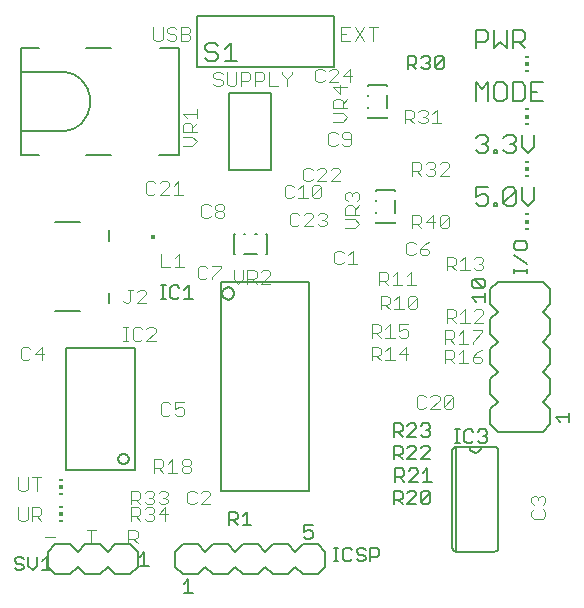
<source format=gto>
G75*
G70*
%OFA0B0*%
%FSLAX24Y24*%
%IPPOS*%
%LPD*%
%AMOC8*
5,1,8,0,0,1.08239X$1,22.5*
%
%ADD10C,0.0040*%
%ADD11C,0.0050*%
%ADD12C,0.0060*%
%ADD13R,0.0118X0.0059*%
%ADD14R,0.0118X0.0118*%
%ADD15C,0.0080*%
%ADD16R,0.0157X0.0118*%
%ADD17C,0.0070*%
D10*
X005237Y006059D02*
X005237Y006519D01*
X005390Y006519D02*
X005083Y006519D01*
X004009Y006289D02*
X003702Y006289D01*
X003569Y006809D02*
X003416Y006962D01*
X003493Y006962D02*
X003263Y006962D01*
X003263Y006809D02*
X003263Y007269D01*
X003493Y007269D01*
X003569Y007192D01*
X003569Y007039D01*
X003493Y006962D01*
X003109Y006885D02*
X003109Y007269D01*
X002802Y007269D02*
X002802Y006885D01*
X002879Y006809D01*
X003032Y006809D01*
X003109Y006885D01*
X003032Y007809D02*
X002879Y007809D01*
X002802Y007885D01*
X002802Y008269D01*
X003109Y008269D02*
X003109Y007885D01*
X003032Y007809D01*
X003416Y007809D02*
X003416Y008269D01*
X003263Y008269D02*
X003569Y008269D01*
X006464Y006519D02*
X006464Y006059D01*
X006464Y006212D02*
X006694Y006212D01*
X006771Y006289D01*
X006771Y006442D01*
X006694Y006519D01*
X006464Y006519D01*
X006552Y006809D02*
X006552Y007269D01*
X006782Y007269D01*
X006859Y007192D01*
X006859Y007039D01*
X006782Y006962D01*
X006552Y006962D01*
X006706Y006962D02*
X006859Y006809D01*
X007013Y006885D02*
X007089Y006809D01*
X007243Y006809D01*
X007319Y006885D01*
X007319Y006962D01*
X007243Y007039D01*
X007166Y007039D01*
X007243Y007039D02*
X007319Y007115D01*
X007319Y007192D01*
X007243Y007269D01*
X007089Y007269D01*
X007013Y007192D01*
X007089Y007359D02*
X007013Y007435D01*
X007089Y007359D02*
X007243Y007359D01*
X007319Y007435D01*
X007319Y007512D01*
X007243Y007589D01*
X007166Y007589D01*
X007243Y007589D02*
X007319Y007665D01*
X007319Y007742D01*
X007243Y007819D01*
X007089Y007819D01*
X007013Y007742D01*
X006859Y007742D02*
X006859Y007589D01*
X006782Y007512D01*
X006552Y007512D01*
X006552Y007359D02*
X006552Y007819D01*
X006782Y007819D01*
X006859Y007742D01*
X006706Y007512D02*
X006859Y007359D01*
X007473Y007435D02*
X007550Y007359D01*
X007703Y007359D01*
X007780Y007435D01*
X007780Y007512D01*
X007703Y007589D01*
X007626Y007589D01*
X007703Y007589D02*
X007780Y007665D01*
X007780Y007742D01*
X007703Y007819D01*
X007550Y007819D01*
X007473Y007742D01*
X007703Y007269D02*
X007473Y007039D01*
X007780Y007039D01*
X007703Y006809D02*
X007703Y007269D01*
X008431Y007435D02*
X008508Y007359D01*
X008662Y007359D01*
X008738Y007435D01*
X008892Y007359D02*
X009199Y007665D01*
X009199Y007742D01*
X009122Y007819D01*
X008969Y007819D01*
X008892Y007742D01*
X008738Y007742D02*
X008662Y007819D01*
X008508Y007819D01*
X008431Y007742D01*
X008431Y007435D01*
X008892Y007359D02*
X009199Y007359D01*
X008472Y008409D02*
X008318Y008409D01*
X008242Y008485D01*
X008242Y008562D01*
X008318Y008639D01*
X008472Y008639D01*
X008549Y008562D01*
X008549Y008485D01*
X008472Y008409D01*
X008472Y008639D02*
X008549Y008715D01*
X008549Y008792D01*
X008472Y008869D01*
X008318Y008869D01*
X008242Y008792D01*
X008242Y008715D01*
X008318Y008639D01*
X008088Y008409D02*
X007781Y008409D01*
X007628Y008409D02*
X007474Y008562D01*
X007551Y008562D02*
X007321Y008562D01*
X007321Y008409D02*
X007321Y008869D01*
X007551Y008869D01*
X007628Y008792D01*
X007628Y008639D01*
X007551Y008562D01*
X007781Y008715D02*
X007935Y008869D01*
X007935Y008409D01*
X007782Y010309D02*
X007629Y010309D01*
X007552Y010385D01*
X007552Y010692D01*
X007629Y010769D01*
X007782Y010769D01*
X007859Y010692D01*
X008013Y010769D02*
X008013Y010539D01*
X008166Y010615D01*
X008243Y010615D01*
X008319Y010539D01*
X008319Y010385D01*
X008243Y010309D01*
X008089Y010309D01*
X008013Y010385D01*
X007859Y010385D02*
X007782Y010309D01*
X008013Y010769D02*
X008319Y010769D01*
X007376Y012809D02*
X007069Y012809D01*
X007376Y013115D01*
X007376Y013192D01*
X007300Y013269D01*
X007146Y013269D01*
X007069Y013192D01*
X006916Y013192D02*
X006839Y013269D01*
X006686Y013269D01*
X006609Y013192D01*
X006609Y012885D01*
X006686Y012809D01*
X006839Y012809D01*
X006916Y012885D01*
X006456Y012809D02*
X006302Y012809D01*
X006379Y012809D02*
X006379Y013269D01*
X006302Y013269D02*
X006456Y013269D01*
X006456Y014059D02*
X006532Y014135D01*
X006532Y014519D01*
X006456Y014519D02*
X006609Y014519D01*
X006763Y014442D02*
X006839Y014519D01*
X006993Y014519D01*
X007069Y014442D01*
X007069Y014365D01*
X006763Y014059D01*
X007069Y014059D01*
X006456Y014059D02*
X006379Y014059D01*
X006302Y014135D01*
X007556Y015259D02*
X007863Y015259D01*
X008017Y015259D02*
X008324Y015259D01*
X008170Y015259D02*
X008170Y015719D01*
X008017Y015565D01*
X007556Y015719D02*
X007556Y015259D01*
X008781Y015242D02*
X008781Y014935D01*
X008858Y014859D01*
X009012Y014859D01*
X009088Y014935D01*
X009242Y014935D02*
X009242Y014859D01*
X009242Y014935D02*
X009549Y015242D01*
X009549Y015319D01*
X009242Y015319D01*
X009088Y015242D02*
X009012Y015319D01*
X008858Y015319D01*
X008781Y015242D01*
X009971Y015169D02*
X009971Y014862D01*
X010124Y014709D01*
X010278Y014862D01*
X010278Y015169D01*
X010431Y015169D02*
X010662Y015169D01*
X010738Y015092D01*
X010738Y014939D01*
X010662Y014862D01*
X010431Y014862D01*
X010431Y014709D02*
X010431Y015169D01*
X010585Y014862D02*
X010738Y014709D01*
X010892Y014709D02*
X011199Y015015D01*
X011199Y015092D01*
X011122Y015169D01*
X010968Y015169D01*
X010892Y015092D01*
X010892Y014709D02*
X011199Y014709D01*
X011928Y016625D02*
X012081Y016625D01*
X012158Y016701D01*
X012311Y016625D02*
X012618Y016932D01*
X012618Y017008D01*
X012541Y017085D01*
X012388Y017085D01*
X012311Y017008D01*
X012158Y017008D02*
X012081Y017085D01*
X011928Y017085D01*
X011851Y017008D01*
X011851Y016701D01*
X011928Y016625D01*
X012311Y016625D02*
X012618Y016625D01*
X012772Y016701D02*
X012848Y016625D01*
X013002Y016625D01*
X013079Y016701D01*
X013079Y016778D01*
X013002Y016855D01*
X012925Y016855D01*
X013002Y016855D02*
X013079Y016932D01*
X013079Y017008D01*
X013002Y017085D01*
X012848Y017085D01*
X012772Y017008D01*
X012822Y017559D02*
X012668Y017559D01*
X012592Y017635D01*
X012899Y017942D01*
X012899Y017635D01*
X012822Y017559D01*
X012592Y017635D02*
X012592Y017942D01*
X012668Y018019D01*
X012822Y018019D01*
X012899Y017942D01*
X012761Y018125D02*
X013068Y018432D01*
X013068Y018508D01*
X012991Y018585D01*
X012838Y018585D01*
X012761Y018508D01*
X012608Y018508D02*
X012531Y018585D01*
X012378Y018585D01*
X012301Y018508D01*
X012301Y018201D01*
X012378Y018125D01*
X012531Y018125D01*
X012608Y018201D01*
X012761Y018125D02*
X013068Y018125D01*
X013222Y018125D02*
X013529Y018432D01*
X013529Y018508D01*
X013452Y018585D01*
X013298Y018585D01*
X013222Y018508D01*
X013222Y018125D02*
X013529Y018125D01*
X013779Y017786D02*
X013855Y017786D01*
X013932Y017709D01*
X014009Y017786D01*
X014086Y017786D01*
X014162Y017709D01*
X014162Y017556D01*
X014086Y017479D01*
X014162Y017326D02*
X014009Y017172D01*
X014009Y017249D02*
X014009Y017019D01*
X014162Y017019D02*
X013702Y017019D01*
X013702Y017249D01*
X013779Y017326D01*
X013932Y017326D01*
X014009Y017249D01*
X013779Y017479D02*
X013702Y017556D01*
X013702Y017709D01*
X013779Y017786D01*
X013932Y017709D02*
X013932Y017633D01*
X014009Y016865D02*
X013702Y016865D01*
X013702Y016559D02*
X014009Y016559D01*
X014162Y016712D01*
X014009Y016865D01*
X013945Y015819D02*
X013792Y015665D01*
X013638Y015742D02*
X013562Y015819D01*
X013408Y015819D01*
X013331Y015742D01*
X013331Y015435D01*
X013408Y015359D01*
X013562Y015359D01*
X013638Y015435D01*
X013792Y015359D02*
X014099Y015359D01*
X013945Y015359D02*
X013945Y015819D01*
X014821Y015119D02*
X015051Y015119D01*
X015128Y015042D01*
X015128Y014889D01*
X015051Y014812D01*
X014821Y014812D01*
X014821Y014659D02*
X014821Y015119D01*
X014974Y014812D02*
X015128Y014659D01*
X015281Y014659D02*
X015588Y014659D01*
X015435Y014659D02*
X015435Y015119D01*
X015281Y014965D01*
X015742Y014965D02*
X015895Y015119D01*
X015895Y014659D01*
X015742Y014659D02*
X016049Y014659D01*
X016022Y014319D02*
X016099Y014242D01*
X015792Y013935D01*
X015868Y013859D01*
X016022Y013859D01*
X016099Y013935D01*
X016099Y014242D01*
X016022Y014319D02*
X015868Y014319D01*
X015792Y014242D01*
X015792Y013935D01*
X015638Y013859D02*
X015331Y013859D01*
X015178Y013859D02*
X015024Y014012D01*
X015101Y014012D02*
X014871Y014012D01*
X014871Y013859D02*
X014871Y014319D01*
X015101Y014319D01*
X015178Y014242D01*
X015178Y014089D01*
X015101Y014012D01*
X015331Y014165D02*
X015485Y014319D01*
X015485Y013859D01*
X015492Y013369D02*
X015492Y013139D01*
X015645Y013215D01*
X015722Y013215D01*
X015799Y013139D01*
X015799Y012985D01*
X015722Y012909D01*
X015568Y012909D01*
X015492Y012985D01*
X015338Y012909D02*
X015031Y012909D01*
X014878Y012909D02*
X014724Y013062D01*
X014801Y013062D02*
X014571Y013062D01*
X014571Y012909D02*
X014571Y013369D01*
X014801Y013369D01*
X014878Y013292D01*
X014878Y013139D01*
X014801Y013062D01*
X015031Y013215D02*
X015185Y013369D01*
X015185Y012909D01*
X015185Y012619D02*
X015185Y012159D01*
X015338Y012159D02*
X015031Y012159D01*
X014878Y012159D02*
X014724Y012312D01*
X014801Y012312D02*
X014571Y012312D01*
X014571Y012159D02*
X014571Y012619D01*
X014801Y012619D01*
X014878Y012542D01*
X014878Y012389D01*
X014801Y012312D01*
X015031Y012465D02*
X015185Y012619D01*
X015492Y012389D02*
X015799Y012389D01*
X015722Y012159D02*
X015722Y012619D01*
X015492Y012389D01*
X015492Y013369D02*
X015799Y013369D01*
X017021Y013169D02*
X017021Y012709D01*
X017021Y012862D02*
X017251Y012862D01*
X017328Y012939D01*
X017328Y013092D01*
X017251Y013169D01*
X017021Y013169D01*
X017071Y013409D02*
X017071Y013869D01*
X017301Y013869D01*
X017378Y013792D01*
X017378Y013639D01*
X017301Y013562D01*
X017071Y013562D01*
X017224Y013562D02*
X017378Y013409D01*
X017531Y013409D02*
X017838Y013409D01*
X017685Y013409D02*
X017685Y013869D01*
X017531Y013715D01*
X017992Y013792D02*
X018068Y013869D01*
X018222Y013869D01*
X018299Y013792D01*
X018299Y013715D01*
X017992Y013409D01*
X018299Y013409D01*
X018249Y013169D02*
X018249Y013092D01*
X017942Y012785D01*
X017942Y012709D01*
X017788Y012709D02*
X017481Y012709D01*
X017328Y012709D02*
X017174Y012862D01*
X017481Y013015D02*
X017635Y013169D01*
X017635Y012709D01*
X017635Y012519D02*
X017481Y012365D01*
X017328Y012289D02*
X017251Y012212D01*
X017021Y012212D01*
X017021Y012059D02*
X017021Y012519D01*
X017251Y012519D01*
X017328Y012442D01*
X017328Y012289D01*
X017174Y012212D02*
X017328Y012059D01*
X017481Y012059D02*
X017788Y012059D01*
X017635Y012059D02*
X017635Y012519D01*
X017942Y012289D02*
X017942Y012135D01*
X018018Y012059D01*
X018172Y012059D01*
X018249Y012135D01*
X018249Y012212D01*
X018172Y012289D01*
X017942Y012289D01*
X018095Y012442D01*
X018249Y012519D01*
X018249Y013169D02*
X017942Y013169D01*
X017838Y015159D02*
X017531Y015159D01*
X017378Y015159D02*
X017224Y015312D01*
X017301Y015312D02*
X017071Y015312D01*
X017071Y015159D02*
X017071Y015619D01*
X017301Y015619D01*
X017378Y015542D01*
X017378Y015389D01*
X017301Y015312D01*
X017531Y015465D02*
X017685Y015619D01*
X017685Y015159D01*
X017992Y015235D02*
X018068Y015159D01*
X018222Y015159D01*
X018299Y015235D01*
X018299Y015312D01*
X018222Y015389D01*
X018145Y015389D01*
X018222Y015389D02*
X018299Y015465D01*
X018299Y015542D01*
X018222Y015619D01*
X018068Y015619D01*
X017992Y015542D01*
X017072Y016559D02*
X016918Y016559D01*
X016842Y016635D01*
X017149Y016942D01*
X017149Y016635D01*
X017072Y016559D01*
X016842Y016635D02*
X016842Y016942D01*
X016918Y017019D01*
X017072Y017019D01*
X017149Y016942D01*
X016688Y016789D02*
X016381Y016789D01*
X016612Y017019D01*
X016612Y016559D01*
X016499Y016119D02*
X016345Y016042D01*
X016192Y015889D01*
X016422Y015889D01*
X016499Y015812D01*
X016499Y015735D01*
X016422Y015659D01*
X016269Y015659D01*
X016192Y015735D01*
X016192Y015889D01*
X016038Y016042D02*
X015962Y016119D01*
X015808Y016119D01*
X015731Y016042D01*
X015731Y015735D01*
X015808Y015659D01*
X015962Y015659D01*
X016038Y015735D01*
X015921Y016559D02*
X015921Y017019D01*
X016151Y017019D01*
X016228Y016942D01*
X016228Y016789D01*
X016151Y016712D01*
X015921Y016712D01*
X016074Y016712D02*
X016228Y016559D01*
X016228Y018309D02*
X016074Y018462D01*
X016151Y018462D02*
X015921Y018462D01*
X015921Y018309D02*
X015921Y018769D01*
X016151Y018769D01*
X016228Y018692D01*
X016228Y018539D01*
X016151Y018462D01*
X016381Y018385D02*
X016458Y018309D01*
X016612Y018309D01*
X016688Y018385D01*
X016688Y018462D01*
X016612Y018539D01*
X016535Y018539D01*
X016612Y018539D02*
X016688Y018615D01*
X016688Y018692D01*
X016612Y018769D01*
X016458Y018769D01*
X016381Y018692D01*
X016842Y018692D02*
X016918Y018769D01*
X017072Y018769D01*
X017149Y018692D01*
X017149Y018615D01*
X016842Y018309D01*
X017149Y018309D01*
X016899Y020059D02*
X016592Y020059D01*
X016745Y020059D02*
X016745Y020519D01*
X016592Y020365D01*
X016438Y020365D02*
X016362Y020289D01*
X016438Y020212D01*
X016438Y020135D01*
X016362Y020059D01*
X016208Y020059D01*
X016131Y020135D01*
X015978Y020059D02*
X015824Y020212D01*
X015901Y020212D02*
X015671Y020212D01*
X015671Y020059D02*
X015671Y020519D01*
X015901Y020519D01*
X015978Y020442D01*
X015978Y020289D01*
X015901Y020212D01*
X016131Y020442D02*
X016208Y020519D01*
X016362Y020519D01*
X016438Y020442D01*
X016438Y020365D01*
X016362Y020289D02*
X016285Y020289D01*
X013929Y021655D02*
X013622Y021655D01*
X013852Y021885D01*
X013852Y021425D01*
X013762Y021259D02*
X013302Y021259D01*
X013532Y021029D01*
X013532Y021336D01*
X013468Y021425D02*
X013161Y021425D01*
X013468Y021732D01*
X013468Y021808D01*
X013391Y021885D01*
X013238Y021885D01*
X013161Y021808D01*
X013008Y021808D02*
X012931Y021885D01*
X012778Y021885D01*
X012701Y021808D01*
X012701Y021501D01*
X012778Y021425D01*
X012931Y021425D01*
X013008Y021501D01*
X013379Y020876D02*
X013532Y020876D01*
X013609Y020799D01*
X013609Y020569D01*
X013762Y020569D02*
X013302Y020569D01*
X013302Y020799D01*
X013379Y020876D01*
X013609Y020722D02*
X013762Y020876D01*
X013609Y020415D02*
X013302Y020415D01*
X013302Y020109D02*
X013609Y020109D01*
X013762Y020262D01*
X013609Y020415D01*
X013669Y019769D02*
X013592Y019692D01*
X013592Y019615D01*
X013669Y019539D01*
X013899Y019539D01*
X013899Y019692D02*
X013899Y019385D01*
X013822Y019309D01*
X013669Y019309D01*
X013592Y019385D01*
X013438Y019385D02*
X013362Y019309D01*
X013208Y019309D01*
X013131Y019385D01*
X013131Y019692D01*
X013208Y019769D01*
X013362Y019769D01*
X013438Y019692D01*
X013669Y019769D02*
X013822Y019769D01*
X013899Y019692D01*
X012285Y018019D02*
X012285Y017559D01*
X012438Y017559D02*
X012131Y017559D01*
X011978Y017635D02*
X011901Y017559D01*
X011748Y017559D01*
X011671Y017635D01*
X011671Y017942D01*
X011748Y018019D01*
X011901Y018019D01*
X011978Y017942D01*
X012131Y017865D02*
X012285Y018019D01*
X009669Y017292D02*
X009669Y017215D01*
X009593Y017139D01*
X009439Y017139D01*
X009363Y017215D01*
X009363Y017292D01*
X009439Y017369D01*
X009593Y017369D01*
X009669Y017292D01*
X009593Y017139D02*
X009669Y017062D01*
X009669Y016985D01*
X009593Y016909D01*
X009439Y016909D01*
X009363Y016985D01*
X009363Y017062D01*
X009439Y017139D01*
X009209Y017292D02*
X009132Y017369D01*
X008979Y017369D01*
X008902Y017292D01*
X008902Y016985D01*
X008979Y016909D01*
X009132Y016909D01*
X009209Y016985D01*
X008279Y017675D02*
X007972Y017675D01*
X008125Y017675D02*
X008125Y018135D01*
X007972Y017982D01*
X007818Y017982D02*
X007818Y018058D01*
X007741Y018135D01*
X007588Y018135D01*
X007511Y018058D01*
X007358Y018058D02*
X007281Y018135D01*
X007128Y018135D01*
X007051Y018058D01*
X007051Y017751D01*
X007128Y017675D01*
X007281Y017675D01*
X007358Y017751D01*
X007511Y017675D02*
X007818Y017982D01*
X007818Y017675D02*
X007511Y017675D01*
X008282Y019309D02*
X008589Y019309D01*
X008742Y019462D01*
X008589Y019615D01*
X008282Y019615D01*
X008282Y019769D02*
X008282Y019999D01*
X008359Y020076D01*
X008512Y020076D01*
X008589Y019999D01*
X008589Y019769D01*
X008742Y019769D02*
X008282Y019769D01*
X008589Y019922D02*
X008742Y020076D01*
X008742Y020229D02*
X008742Y020536D01*
X008742Y020383D02*
X008282Y020383D01*
X008435Y020229D01*
X009379Y021309D02*
X009302Y021385D01*
X009379Y021309D02*
X009532Y021309D01*
X009609Y021385D01*
X009609Y021462D01*
X009532Y021539D01*
X009379Y021539D01*
X009302Y021615D01*
X009302Y021692D01*
X009379Y021769D01*
X009532Y021769D01*
X009609Y021692D01*
X009763Y021769D02*
X009763Y021385D01*
X009839Y021309D01*
X009993Y021309D01*
X010069Y021385D01*
X010069Y021769D01*
X010223Y021769D02*
X010453Y021769D01*
X010530Y021692D01*
X010530Y021539D01*
X010453Y021462D01*
X010223Y021462D01*
X010223Y021309D02*
X010223Y021769D01*
X010683Y021769D02*
X010683Y021309D01*
X010683Y021462D02*
X010913Y021462D01*
X010990Y021539D01*
X010990Y021692D01*
X010913Y021769D01*
X010683Y021769D01*
X011144Y021769D02*
X011144Y021309D01*
X011451Y021309D01*
X011757Y021309D02*
X011757Y021539D01*
X011911Y021692D01*
X011911Y021769D01*
X011757Y021539D02*
X011604Y021692D01*
X011604Y021769D01*
X013552Y022809D02*
X013859Y022809D01*
X014013Y022809D02*
X014319Y023269D01*
X014473Y023269D02*
X014780Y023269D01*
X014626Y023269D02*
X014626Y022809D01*
X014319Y022809D02*
X014013Y023269D01*
X013859Y023269D02*
X013552Y023269D01*
X013552Y022809D01*
X013552Y023039D02*
X013706Y023039D01*
X008530Y022962D02*
X008530Y022885D01*
X008453Y022809D01*
X008223Y022809D01*
X008223Y023269D01*
X008453Y023269D01*
X008530Y023192D01*
X008530Y023115D01*
X008453Y023039D01*
X008223Y023039D01*
X008069Y022962D02*
X008069Y022885D01*
X007993Y022809D01*
X007839Y022809D01*
X007763Y022885D01*
X007609Y022885D02*
X007609Y023269D01*
X007763Y023192D02*
X007763Y023115D01*
X007839Y023039D01*
X007993Y023039D01*
X008069Y022962D01*
X008069Y023192D02*
X007993Y023269D01*
X007839Y023269D01*
X007763Y023192D01*
X007609Y022885D02*
X007532Y022809D01*
X007379Y022809D01*
X007302Y022885D01*
X007302Y023269D01*
X008453Y023039D02*
X008530Y022962D01*
X003572Y012619D02*
X003342Y012389D01*
X003649Y012389D01*
X003572Y012159D02*
X003572Y012619D01*
X003188Y012542D02*
X003112Y012619D01*
X002958Y012619D01*
X002881Y012542D01*
X002881Y012235D01*
X002958Y012159D01*
X003112Y012159D01*
X003188Y012235D01*
X006618Y006212D02*
X006771Y006059D01*
X016072Y010619D02*
X016149Y010542D01*
X016302Y010542D01*
X016379Y010619D01*
X016533Y010542D02*
X016840Y010849D01*
X016840Y010926D01*
X016763Y011003D01*
X016609Y011003D01*
X016533Y010926D01*
X016379Y010926D02*
X016302Y011003D01*
X016149Y011003D01*
X016072Y010926D01*
X016072Y010619D01*
X016533Y010542D02*
X016840Y010542D01*
X016993Y010619D02*
X017300Y010926D01*
X017300Y010619D01*
X017223Y010542D01*
X017070Y010542D01*
X016993Y010619D01*
X016993Y010926D01*
X017070Y011003D01*
X017223Y011003D01*
X017300Y010926D01*
X019979Y007655D02*
X019902Y007578D01*
X019902Y007425D01*
X019979Y007348D01*
X019979Y007195D02*
X019902Y007118D01*
X019902Y006965D01*
X019979Y006888D01*
X020286Y006888D01*
X020362Y006965D01*
X020362Y007118D01*
X020286Y007195D01*
X020286Y007348D02*
X020362Y007425D01*
X020362Y007578D01*
X020286Y007655D01*
X020209Y007655D01*
X020132Y007578D01*
X020132Y007502D01*
X020132Y007578D02*
X020055Y007655D01*
X019979Y007655D01*
D11*
X018350Y009414D02*
X018199Y009414D01*
X018124Y009489D01*
X017964Y009489D02*
X017889Y009414D01*
X017739Y009414D01*
X017664Y009489D01*
X017664Y009789D01*
X017739Y009864D01*
X017889Y009864D01*
X017964Y009789D01*
X018124Y009789D02*
X018199Y009864D01*
X018350Y009864D01*
X018425Y009789D01*
X018425Y009714D01*
X018350Y009639D01*
X018425Y009564D01*
X018425Y009489D01*
X018350Y009414D01*
X018350Y009639D02*
X018275Y009639D01*
X017507Y009864D02*
X017357Y009864D01*
X017432Y009864D02*
X017432Y009414D01*
X017357Y009414D02*
X017507Y009414D01*
X016528Y009239D02*
X016528Y009164D01*
X016228Y008864D01*
X016528Y008864D01*
X016428Y008564D02*
X016428Y008114D01*
X016278Y008114D02*
X016578Y008114D01*
X016453Y007814D02*
X016528Y007739D01*
X016228Y007439D01*
X016303Y007364D01*
X016453Y007364D01*
X016528Y007439D01*
X016528Y007739D01*
X016453Y007814D02*
X016303Y007814D01*
X016228Y007739D01*
X016228Y007439D01*
X016068Y007364D02*
X015768Y007364D01*
X016068Y007664D01*
X016068Y007739D01*
X015993Y007814D01*
X015843Y007814D01*
X015768Y007739D01*
X015607Y007739D02*
X015607Y007589D01*
X015532Y007514D01*
X015307Y007514D01*
X015457Y007514D02*
X015607Y007364D01*
X015307Y007364D02*
X015307Y007814D01*
X015532Y007814D01*
X015607Y007739D01*
X015657Y008114D02*
X015507Y008264D01*
X015582Y008264D02*
X015357Y008264D01*
X015357Y008114D02*
X015357Y008564D01*
X015582Y008564D01*
X015657Y008489D01*
X015657Y008339D01*
X015582Y008264D01*
X015818Y008114D02*
X016118Y008414D01*
X016118Y008489D01*
X016043Y008564D01*
X015893Y008564D01*
X015818Y008489D01*
X015768Y008864D02*
X016068Y009164D01*
X016068Y009239D01*
X015993Y009314D01*
X015843Y009314D01*
X015768Y009239D01*
X015607Y009239D02*
X015607Y009089D01*
X015532Y009014D01*
X015307Y009014D01*
X015457Y009014D02*
X015607Y008864D01*
X015768Y008864D02*
X016068Y008864D01*
X016228Y009239D02*
X016303Y009314D01*
X016453Y009314D01*
X016528Y009239D01*
X016453Y009614D02*
X016303Y009614D01*
X016228Y009689D01*
X016068Y009614D02*
X015768Y009614D01*
X016068Y009914D01*
X016068Y009989D01*
X015993Y010064D01*
X015843Y010064D01*
X015768Y009989D01*
X015607Y009989D02*
X015607Y009839D01*
X015532Y009764D01*
X015307Y009764D01*
X015457Y009764D02*
X015607Y009614D01*
X015532Y009314D02*
X015607Y009239D01*
X015532Y009314D02*
X015307Y009314D01*
X015307Y008864D01*
X015307Y009614D02*
X015307Y010064D01*
X015532Y010064D01*
X015607Y009989D01*
X016228Y009989D02*
X016303Y010064D01*
X016453Y010064D01*
X016528Y009989D01*
X016528Y009914D01*
X016453Y009839D01*
X016528Y009764D01*
X016528Y009689D01*
X016453Y009614D01*
X016453Y009839D02*
X016378Y009839D01*
X016428Y008564D02*
X016278Y008414D01*
X016118Y008114D02*
X015818Y008114D01*
X014760Y005914D02*
X014535Y005914D01*
X014535Y005464D01*
X014535Y005614D02*
X014760Y005614D01*
X014835Y005689D01*
X014835Y005839D01*
X014760Y005914D01*
X014375Y005839D02*
X014300Y005914D01*
X014149Y005914D01*
X014074Y005839D01*
X014074Y005764D01*
X014149Y005689D01*
X014300Y005689D01*
X014375Y005614D01*
X014375Y005539D01*
X014300Y005464D01*
X014149Y005464D01*
X014074Y005539D01*
X013914Y005539D02*
X013839Y005464D01*
X013689Y005464D01*
X013614Y005539D01*
X013614Y005839D01*
X013689Y005914D01*
X013839Y005914D01*
X013914Y005839D01*
X013457Y005914D02*
X013307Y005914D01*
X013382Y005914D02*
X013382Y005464D01*
X013307Y005464D02*
X013457Y005464D01*
X012607Y006289D02*
X012607Y006439D01*
X012532Y006514D01*
X012457Y006514D01*
X012307Y006439D01*
X012307Y006664D01*
X012607Y006664D01*
X012607Y006289D02*
X012532Y006214D01*
X012382Y006214D01*
X012307Y006289D01*
X008457Y004864D02*
X008457Y004414D01*
X008307Y004414D02*
X008607Y004414D01*
X008307Y004714D02*
X008457Y004864D01*
X007147Y005314D02*
X006847Y005314D01*
X006997Y005314D02*
X006997Y005764D01*
X006847Y005614D01*
X003897Y005164D02*
X003597Y005164D01*
X003747Y005164D02*
X003747Y005614D01*
X003597Y005464D01*
X003437Y005314D02*
X003437Y005614D01*
X003437Y005314D02*
X003287Y005164D01*
X003136Y005314D01*
X003136Y005614D01*
X002976Y005539D02*
X002901Y005614D01*
X002751Y005614D01*
X002676Y005539D01*
X002676Y005464D01*
X002751Y005389D01*
X002901Y005389D01*
X002976Y005314D01*
X002976Y005239D01*
X002901Y005164D01*
X002751Y005164D01*
X002676Y005239D01*
X007557Y014214D02*
X007707Y014214D01*
X007632Y014214D02*
X007632Y014664D01*
X007557Y014664D02*
X007707Y014664D01*
X007864Y014589D02*
X007864Y014289D01*
X007939Y014214D01*
X008089Y014214D01*
X008164Y014289D01*
X008324Y014214D02*
X008625Y014214D01*
X008475Y014214D02*
X008475Y014664D01*
X008324Y014514D01*
X008164Y014589D02*
X008089Y014664D01*
X007939Y014664D01*
X007864Y014589D01*
X017907Y014649D02*
X017907Y014799D01*
X017982Y014874D01*
X018282Y014574D01*
X018357Y014649D01*
X018357Y014799D01*
X018282Y014874D01*
X017982Y014874D01*
X017907Y014649D02*
X017982Y014574D01*
X018282Y014574D01*
X018357Y014414D02*
X018357Y014114D01*
X018357Y014264D02*
X017907Y014264D01*
X018057Y014114D01*
X019307Y015064D02*
X019307Y015214D01*
X019307Y015139D02*
X019757Y015139D01*
X019757Y015064D02*
X019757Y015214D01*
X019757Y015370D02*
X019307Y015671D01*
X019382Y015831D02*
X019682Y015831D01*
X019757Y015906D01*
X019757Y016056D01*
X019682Y016131D01*
X019382Y016131D01*
X019307Y016056D01*
X019307Y015906D01*
X019382Y015831D01*
X019274Y017314D02*
X019071Y017314D01*
X018969Y017415D01*
X019376Y017822D01*
X019376Y017415D01*
X019274Y017314D01*
X018969Y017415D02*
X018969Y017822D01*
X019071Y017924D01*
X019274Y017924D01*
X019376Y017822D01*
X019576Y017924D02*
X019576Y017517D01*
X019780Y017314D01*
X019984Y017517D01*
X019984Y017924D01*
X019780Y019064D02*
X019984Y019267D01*
X019984Y019674D01*
X019576Y019674D02*
X019576Y019267D01*
X019780Y019064D01*
X019376Y019165D02*
X019274Y019064D01*
X019071Y019064D01*
X018969Y019165D01*
X018767Y019165D02*
X018767Y019064D01*
X018665Y019064D01*
X018665Y019165D01*
X018767Y019165D01*
X019172Y019369D02*
X019274Y019369D01*
X019376Y019267D01*
X019376Y019165D01*
X019274Y019369D02*
X019376Y019471D01*
X019376Y019572D01*
X019274Y019674D01*
X019071Y019674D01*
X018969Y019572D01*
X018464Y019572D02*
X018464Y019471D01*
X018362Y019369D01*
X018464Y019267D01*
X018464Y019165D01*
X018362Y019064D01*
X018159Y019064D01*
X018057Y019165D01*
X018261Y019369D02*
X018362Y019369D01*
X018464Y019572D02*
X018362Y019674D01*
X018159Y019674D01*
X018057Y019572D01*
X018057Y020814D02*
X018057Y021424D01*
X018261Y021221D01*
X018464Y021424D01*
X018464Y020814D01*
X018665Y020915D02*
X018767Y020814D01*
X018970Y020814D01*
X019072Y020915D01*
X019072Y021322D01*
X018970Y021424D01*
X018767Y021424D01*
X018665Y021322D01*
X018665Y020915D01*
X019273Y020814D02*
X019578Y020814D01*
X019680Y020915D01*
X019680Y021322D01*
X019578Y021424D01*
X019273Y021424D01*
X019273Y020814D01*
X019880Y020814D02*
X019880Y021424D01*
X020287Y021424D01*
X020084Y021119D02*
X019880Y021119D01*
X019880Y020814D02*
X020287Y020814D01*
X019680Y022564D02*
X019476Y022767D01*
X019578Y022767D02*
X019273Y022767D01*
X019273Y022564D02*
X019273Y023174D01*
X019578Y023174D01*
X019680Y023072D01*
X019680Y022869D01*
X019578Y022767D01*
X019072Y022564D02*
X019072Y023174D01*
X018868Y022767D02*
X019072Y022564D01*
X018868Y022767D02*
X018665Y022564D01*
X018665Y023174D01*
X018464Y023072D02*
X018464Y022869D01*
X018362Y022767D01*
X018057Y022767D01*
X018057Y022564D02*
X018057Y023174D01*
X018362Y023174D01*
X018464Y023072D01*
X018464Y017924D02*
X018057Y017924D01*
X018057Y017619D01*
X018261Y017721D01*
X018362Y017721D01*
X018464Y017619D01*
X018464Y017415D01*
X018362Y017314D01*
X018159Y017314D01*
X018057Y017415D01*
X018665Y017415D02*
X018665Y017314D01*
X018767Y017314D01*
X018767Y017415D01*
X018665Y017415D01*
X021157Y010414D02*
X021157Y010114D01*
X021157Y010264D02*
X020707Y010264D01*
X020857Y010114D01*
D12*
X004032Y005039D02*
X003782Y005289D01*
X003782Y005789D01*
X004032Y006039D01*
X004532Y006039D01*
X004782Y005789D01*
X005032Y006039D01*
X005532Y006039D01*
X005782Y005789D01*
X006032Y006039D01*
X006532Y006039D01*
X006782Y005789D01*
X006782Y005289D01*
X006532Y005039D01*
X006032Y005039D01*
X005782Y005289D01*
X005532Y005039D01*
X005032Y005039D01*
X004782Y005289D01*
X004532Y005039D01*
X004032Y005039D01*
X004381Y008491D02*
X006684Y008491D01*
X006684Y012586D01*
X004381Y012586D01*
X004381Y008491D01*
X006119Y008875D02*
X006154Y008981D01*
X006244Y009047D01*
X006356Y009047D01*
X006446Y008981D01*
X006481Y008875D01*
X006446Y008769D01*
X006356Y008703D01*
X006244Y008703D01*
X006154Y008769D01*
X006119Y008875D01*
X008282Y006039D02*
X008032Y005789D01*
X008032Y005289D01*
X008282Y005039D01*
X008782Y005039D01*
X009032Y005289D01*
X009282Y005039D01*
X009782Y005039D01*
X010032Y005289D01*
X010282Y005039D01*
X010782Y005039D01*
X011032Y005289D01*
X011282Y005039D01*
X011782Y005039D01*
X012032Y005289D01*
X012282Y005039D01*
X012782Y005039D01*
X013032Y005289D01*
X013032Y005789D01*
X012782Y006039D01*
X012282Y006039D01*
X012032Y005789D01*
X011782Y006039D01*
X011282Y006039D01*
X011032Y005789D01*
X010782Y006039D01*
X010282Y006039D01*
X010032Y005789D01*
X009782Y006039D01*
X009282Y006039D01*
X009032Y005789D01*
X008782Y006039D01*
X008282Y006039D01*
X009812Y006679D02*
X009812Y007119D01*
X010032Y007119D01*
X010106Y007046D01*
X010106Y006899D01*
X010032Y006825D01*
X009812Y006825D01*
X009959Y006825D02*
X010106Y006679D01*
X010273Y006679D02*
X010566Y006679D01*
X010419Y006679D02*
X010419Y007119D01*
X010273Y006972D01*
X009570Y007809D02*
X012494Y007809D01*
X012494Y014759D01*
X009570Y014759D01*
X009570Y007809D01*
X009582Y014389D02*
X009615Y014503D01*
X009705Y014580D01*
X009822Y014597D01*
X009930Y014548D01*
X009993Y014448D01*
X009993Y014330D01*
X009930Y014230D01*
X009822Y014181D01*
X009705Y014198D01*
X009615Y014275D01*
X009582Y014389D01*
X009972Y015720D02*
X010010Y015720D01*
X009972Y015720D02*
X009972Y016358D01*
X010010Y016358D01*
X010327Y016358D02*
X010364Y016358D01*
X010701Y016358D02*
X010738Y016358D01*
X011055Y016358D02*
X011092Y016358D01*
X011092Y015720D01*
X011055Y015720D01*
X010738Y015720D02*
X010327Y015720D01*
X014713Y016729D02*
X014713Y016766D01*
X014713Y016729D02*
X015351Y016729D01*
X015351Y016766D01*
X015351Y017083D02*
X015351Y017494D01*
X015351Y017811D02*
X015351Y017849D01*
X014713Y017849D01*
X014713Y017811D01*
X014713Y017494D02*
X014713Y017457D01*
X014713Y017120D02*
X014713Y017083D01*
X014463Y020229D02*
X014463Y020266D01*
X014463Y020229D02*
X015101Y020229D01*
X015101Y020266D01*
X015101Y020583D02*
X015101Y020994D01*
X015101Y021311D02*
X015101Y021349D01*
X014463Y021349D01*
X014463Y021311D01*
X014463Y020994D02*
X014463Y020957D01*
X014463Y020620D02*
X014463Y020583D01*
X015771Y021859D02*
X015771Y022299D01*
X015991Y022299D01*
X016065Y022226D01*
X016065Y022079D01*
X015991Y022005D01*
X015771Y022005D01*
X015918Y022005D02*
X016065Y021859D01*
X016231Y021932D02*
X016305Y021859D01*
X016452Y021859D01*
X016525Y021932D01*
X016525Y022005D01*
X016452Y022079D01*
X016378Y022079D01*
X016452Y022079D02*
X016525Y022152D01*
X016525Y022226D01*
X016452Y022299D01*
X016305Y022299D01*
X016231Y022226D01*
X016692Y022226D02*
X016692Y021932D01*
X016985Y022226D01*
X016985Y021932D01*
X016912Y021859D01*
X016765Y021859D01*
X016692Y021932D01*
X016692Y022226D02*
X016765Y022299D01*
X016912Y022299D01*
X016985Y022226D01*
X018782Y014789D02*
X018532Y014539D01*
X018532Y014039D01*
X018782Y013789D01*
X018532Y013539D01*
X018532Y013039D01*
X018782Y012789D01*
X018532Y012539D01*
X018532Y012039D01*
X018782Y011789D01*
X018532Y011539D01*
X018532Y011039D01*
X018782Y010789D01*
X018532Y010539D01*
X018532Y010039D01*
X018782Y009789D01*
X020282Y009789D01*
X020532Y010039D01*
X020532Y010539D01*
X020282Y010789D01*
X020532Y011039D01*
X020532Y011539D01*
X020282Y011789D01*
X020532Y012039D01*
X020532Y012539D01*
X020282Y012789D01*
X020532Y013039D01*
X020532Y013539D01*
X020282Y013789D01*
X020532Y014039D01*
X020532Y014539D01*
X020282Y014789D01*
X018782Y014789D01*
X018652Y009289D02*
X018232Y009289D01*
X017832Y009289D01*
X017412Y009289D01*
X017402Y009289D02*
X017402Y005789D01*
X017412Y005789D02*
X018652Y005789D01*
X018675Y005791D01*
X018698Y005796D01*
X018720Y005805D01*
X018740Y005818D01*
X018758Y005833D01*
X018773Y005851D01*
X018786Y005871D01*
X018795Y005893D01*
X018800Y005916D01*
X018802Y005939D01*
X018802Y009139D01*
X018800Y009162D01*
X018795Y009185D01*
X018786Y009207D01*
X018773Y009227D01*
X018758Y009245D01*
X018740Y009260D01*
X018720Y009273D01*
X018698Y009282D01*
X018675Y009287D01*
X018652Y009289D01*
X018232Y009289D02*
X018230Y009262D01*
X018225Y009235D01*
X018215Y009209D01*
X018203Y009185D01*
X018187Y009163D01*
X018169Y009143D01*
X018147Y009126D01*
X018124Y009111D01*
X018099Y009101D01*
X018073Y009093D01*
X018046Y009089D01*
X018018Y009089D01*
X017991Y009093D01*
X017965Y009101D01*
X017940Y009111D01*
X017917Y009126D01*
X017895Y009143D01*
X017877Y009163D01*
X017861Y009185D01*
X017849Y009209D01*
X017839Y009235D01*
X017834Y009262D01*
X017832Y009289D01*
X017412Y009289D02*
X017389Y009287D01*
X017366Y009282D01*
X017344Y009273D01*
X017324Y009260D01*
X017306Y009245D01*
X017291Y009227D01*
X017278Y009207D01*
X017269Y009185D01*
X017264Y009162D01*
X017262Y009139D01*
X017262Y005939D01*
X017264Y005916D01*
X017269Y005893D01*
X017278Y005871D01*
X017291Y005851D01*
X017306Y005833D01*
X017324Y005818D01*
X017344Y005805D01*
X017366Y005796D01*
X017389Y005791D01*
X017412Y005789D01*
D13*
X019741Y016552D03*
X019741Y017025D03*
X019741Y018302D03*
X019741Y018775D03*
X019741Y020052D03*
X019741Y020525D03*
X019741Y021802D03*
X019741Y022275D03*
X004223Y008175D03*
X004223Y007702D03*
X004223Y007275D03*
X004223Y006802D03*
D14*
X004223Y007039D03*
X004223Y007939D03*
X019741Y016789D03*
X019741Y018539D03*
X019741Y020289D03*
X019741Y022039D03*
D15*
X013322Y021932D02*
X013322Y023645D01*
X008743Y023645D01*
X008743Y021932D01*
X013322Y021932D01*
X011232Y021079D02*
X011232Y018498D01*
X009832Y018498D01*
X009832Y021079D01*
X011232Y021079D01*
X008140Y022560D02*
X008140Y019017D01*
X007471Y019017D01*
X005896Y019017D02*
X005070Y019017D01*
X004282Y019804D02*
X002904Y019804D01*
X002904Y019017D01*
X003495Y019017D01*
X002904Y019804D02*
X002904Y021773D01*
X004282Y021773D01*
X003495Y022560D02*
X002904Y022560D01*
X002904Y021773D01*
X004282Y021773D02*
X004341Y021769D01*
X004400Y021760D01*
X004458Y021748D01*
X004515Y021733D01*
X004571Y021714D01*
X004626Y021691D01*
X004679Y021665D01*
X004731Y021636D01*
X004780Y021604D01*
X004828Y021568D01*
X004873Y021530D01*
X004916Y021489D01*
X004956Y021445D01*
X004993Y021399D01*
X005027Y021351D01*
X005058Y021300D01*
X005086Y021248D01*
X005110Y021194D01*
X005131Y021139D01*
X005149Y021082D01*
X005163Y021024D01*
X005173Y020966D01*
X005180Y020907D01*
X005183Y020848D01*
X005182Y020789D01*
X005182Y020788D02*
X005183Y020729D01*
X005180Y020670D01*
X005173Y020611D01*
X005163Y020553D01*
X005149Y020495D01*
X005131Y020438D01*
X005110Y020383D01*
X005086Y020329D01*
X005058Y020277D01*
X005027Y020226D01*
X004993Y020178D01*
X004956Y020132D01*
X004916Y020088D01*
X004873Y020047D01*
X004828Y020009D01*
X004780Y019973D01*
X004731Y019941D01*
X004679Y019912D01*
X004626Y019886D01*
X004571Y019863D01*
X004515Y019844D01*
X004458Y019829D01*
X004400Y019817D01*
X004341Y019808D01*
X004282Y019804D01*
X005070Y022560D02*
X005896Y022560D01*
X007511Y022560D02*
X008140Y022560D01*
X004847Y016785D02*
X004020Y016785D01*
X005831Y016509D02*
X005831Y016155D01*
X005831Y014422D02*
X005831Y014068D01*
X004847Y013793D02*
X004020Y013793D01*
D16*
X007282Y016289D03*
D17*
X009133Y022124D02*
X009028Y022229D01*
X009133Y022124D02*
X009343Y022124D01*
X009448Y022229D01*
X009448Y022334D01*
X009343Y022439D01*
X009133Y022439D01*
X009028Y022544D01*
X009028Y022649D01*
X009133Y022754D01*
X009343Y022754D01*
X009448Y022649D01*
X009673Y022544D02*
X009883Y022754D01*
X009883Y022124D01*
X009673Y022124D02*
X010093Y022124D01*
M02*

</source>
